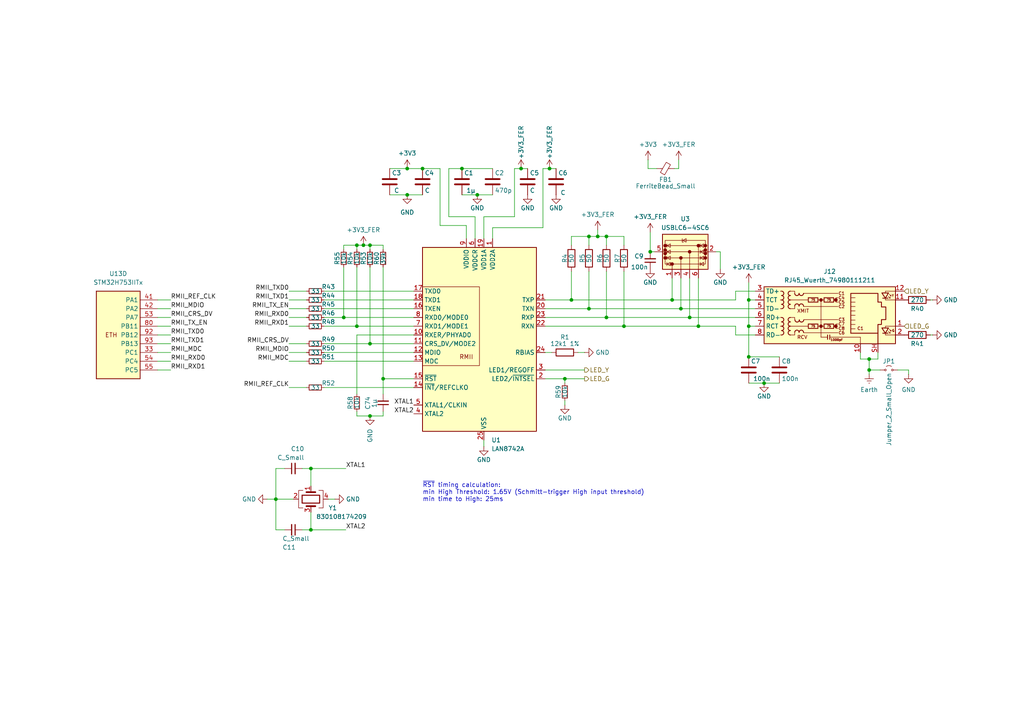
<source format=kicad_sch>
(kicad_sch
	(version 20231120)
	(generator "eeschema")
	(generator_version "8.0")
	(uuid "646f0ec7-69cc-4f42-8786-19ce68dbe63b")
	(paper "A4")
	
	(junction
		(at 252.095 107.315)
		(diameter 0)
		(color 0 0 0 0)
		(uuid "0a4dc002-a1a1-4420-82d9-0f8650ef61be")
	)
	(junction
		(at 111.125 109.855)
		(diameter 0)
		(color 0 0 0 0)
		(uuid "0aeb24f3-d935-490b-b775-65b25b725630")
	)
	(junction
		(at 194.945 86.995)
		(diameter 0)
		(color 0 0 0 0)
		(uuid "0fb4ec72-262c-40e3-9fd7-114db742f106")
	)
	(junction
		(at 122.555 48.895)
		(diameter 0)
		(color 0 0 0 0)
		(uuid "1095d50f-296b-4d20-aa59-60682f5c3fa9")
	)
	(junction
		(at 163.83 109.855)
		(diameter 0)
		(color 0 0 0 0)
		(uuid "1b0dfb70-1ae2-419b-8562-dfad3b9b2ec1")
	)
	(junction
		(at 103.505 94.615)
		(diameter 0)
		(color 0 0 0 0)
		(uuid "2035bcc3-7426-4bcb-8edc-fae5b3357d94")
	)
	(junction
		(at 151.13 48.895)
		(diameter 0)
		(color 0 0 0 0)
		(uuid "2647d42f-9872-4cd1-b370-3dd4abad0ecf")
	)
	(junction
		(at 180.975 94.615)
		(diameter 0)
		(color 0 0 0 0)
		(uuid "365a1506-233c-4ff0-95cc-7f7a59db9742")
	)
	(junction
		(at 200.025 92.075)
		(diameter 0)
		(color 0 0 0 0)
		(uuid "39ba61ac-1fc3-4cdb-b801-1efe81804a82")
	)
	(junction
		(at 107.315 120.65)
		(diameter 0)
		(color 0 0 0 0)
		(uuid "3caa55c8-7e53-48bf-9414-1076f45003e0")
	)
	(junction
		(at 105.41 71.12)
		(diameter 0)
		(color 0 0 0 0)
		(uuid "4563f12f-6c71-486f-bec4-dc93e0f0bdd0")
	)
	(junction
		(at 165.735 86.995)
		(diameter 0)
		(color 0 0 0 0)
		(uuid "463d78f6-9a6e-4f37-93c6-b49793c12db1")
	)
	(junction
		(at 118.11 56.515)
		(diameter 0)
		(color 0 0 0 0)
		(uuid "4bf41199-004c-45e6-afd5-495ee1701c9b")
	)
	(junction
		(at 159.385 48.895)
		(diameter 0)
		(color 0 0 0 0)
		(uuid "4d300525-7eec-4176-997d-066554a55c5b")
	)
	(junction
		(at 221.615 111.125)
		(diameter 0)
		(color 0 0 0 0)
		(uuid "5f43df96-af99-4f70-af0c-81c21162083a")
	)
	(junction
		(at 217.17 86.995)
		(diameter 0)
		(color 0 0 0 0)
		(uuid "608c3ba2-14a8-4f9c-8522-bde368058f20")
	)
	(junction
		(at 80.01 144.78)
		(diameter 0)
		(color 0 0 0 0)
		(uuid "787f373f-9e88-4948-aee8-3d2848b59e9a")
	)
	(junction
		(at 175.895 92.075)
		(diameter 0)
		(color 0 0 0 0)
		(uuid "7fe16ac2-7ca3-4751-a581-5dcb8a6c92fd")
	)
	(junction
		(at 217.17 103.505)
		(diameter 0)
		(color 0 0 0 0)
		(uuid "9beb3c46-0a2f-4454-ac89-62302ac3b4b6")
	)
	(junction
		(at 99.695 92.075)
		(diameter 0)
		(color 0 0 0 0)
		(uuid "a19ea777-a0c8-4300-8c9c-2eff811d80a8")
	)
	(junction
		(at 173.355 68.58)
		(diameter 0)
		(color 0 0 0 0)
		(uuid "aae18f9d-4e04-46ce-b266-d0e944fa6fe0")
	)
	(junction
		(at 103.505 71.12)
		(diameter 0)
		(color 0 0 0 0)
		(uuid "abafef1c-2e60-46e4-a8ae-5d7767c8353f")
	)
	(junction
		(at 90.17 135.89)
		(diameter 0)
		(color 0 0 0 0)
		(uuid "aebe97b2-90e8-4de5-ae36-1e13702e691f")
	)
	(junction
		(at 217.17 94.615)
		(diameter 0)
		(color 0 0 0 0)
		(uuid "b9cce664-a30d-45fa-9a00-8b22b82def88")
	)
	(junction
		(at 202.565 94.615)
		(diameter 0)
		(color 0 0 0 0)
		(uuid "bf3fee38-ce73-4e40-99a7-39375a04cd81")
	)
	(junction
		(at 170.815 89.535)
		(diameter 0)
		(color 0 0 0 0)
		(uuid "c3700580-2003-4b1e-b1bb-6f518b3b860f")
	)
	(junction
		(at 107.315 71.12)
		(diameter 0)
		(color 0 0 0 0)
		(uuid "c8b15e7b-5ed9-416a-93dc-b2a461b3b216")
	)
	(junction
		(at 107.315 99.695)
		(diameter 0)
		(color 0 0 0 0)
		(uuid "d39b6d90-3daf-408a-85ef-31f5d5d58189")
	)
	(junction
		(at 170.815 68.58)
		(diameter 0)
		(color 0 0 0 0)
		(uuid "dbd60596-381e-4027-a0e0-5a70fa2bfffb")
	)
	(junction
		(at 118.11 48.895)
		(diameter 0)
		(color 0 0 0 0)
		(uuid "e18b112c-1c1f-4eb5-a9e5-ee22a43b638c")
	)
	(junction
		(at 175.895 68.58)
		(diameter 0)
		(color 0 0 0 0)
		(uuid "e67fad01-e732-47db-8c6b-05e5527967e6")
	)
	(junction
		(at 188.595 73.025)
		(diameter 0)
		(color 0 0 0 0)
		(uuid "f00bcc62-17d4-4f90-8f03-15fd4a6927a5")
	)
	(junction
		(at 197.485 89.535)
		(diameter 0)
		(color 0 0 0 0)
		(uuid "f2e34f27-b83c-4a30-9fb3-fde1faa8bd40")
	)
	(junction
		(at 133.985 48.895)
		(diameter 0)
		(color 0 0 0 0)
		(uuid "f41a4334-2610-40f9-8f55-83036d9a64ae")
	)
	(junction
		(at 90.17 153.67)
		(diameter 0)
		(color 0 0 0 0)
		(uuid "f671a679-fe35-4bcb-8fc5-8cfb555ede48")
	)
	(junction
		(at 138.43 56.515)
		(diameter 0)
		(color 0 0 0 0)
		(uuid "f7882165-b142-422f-b8b9-e7dd0618ad3f")
	)
	(junction
		(at 252.095 104.14)
		(diameter 0)
		(color 0 0 0 0)
		(uuid "fe636ced-f702-4712-8005-0b89218216b5")
	)
	(wire
		(pts
			(xy 217.17 111.125) (xy 221.615 111.125)
		)
		(stroke
			(width 0)
			(type default)
		)
		(uuid "00144ff2-1693-4af6-869b-7e0a6c94bd1c")
	)
	(wire
		(pts
			(xy 157.48 48.895) (xy 157.48 66.04)
		)
		(stroke
			(width 0)
			(type default)
		)
		(uuid "01affafa-6033-4662-b39b-b9bf66857308")
	)
	(wire
		(pts
			(xy 80.01 144.78) (xy 77.47 144.78)
		)
		(stroke
			(width 0)
			(type default)
		)
		(uuid "01ba70ec-75c3-48c2-bdc1-3082c9c1ff85")
	)
	(wire
		(pts
			(xy 263.525 108.585) (xy 263.525 107.315)
		)
		(stroke
			(width 0)
			(type default)
		)
		(uuid "06da63f1-7d48-4675-bf23-6154b3e6b7ac")
	)
	(wire
		(pts
			(xy 170.815 68.58) (xy 173.355 68.58)
		)
		(stroke
			(width 0)
			(type default)
		)
		(uuid "08911034-c627-4506-90df-866254fed377")
	)
	(wire
		(pts
			(xy 200.025 92.075) (xy 219.075 92.075)
		)
		(stroke
			(width 0)
			(type default)
		)
		(uuid "09c9e282-deee-40a3-9fa8-291b206bd2f5")
	)
	(wire
		(pts
			(xy 188.595 73.025) (xy 189.865 73.025)
		)
		(stroke
			(width 0)
			(type default)
		)
		(uuid "0af78097-134e-4eab-8e4d-2b17537b0a86")
	)
	(wire
		(pts
			(xy 103.505 71.12) (xy 103.505 72.39)
		)
		(stroke
			(width 0)
			(type default)
		)
		(uuid "0d4f2b73-4153-4178-a506-1e102a676c5a")
	)
	(wire
		(pts
			(xy 173.355 68.58) (xy 175.895 68.58)
		)
		(stroke
			(width 0)
			(type default)
		)
		(uuid "0fccca0a-4dda-4e18-8f4f-5693216504e8")
	)
	(wire
		(pts
			(xy 202.565 80.645) (xy 202.565 94.615)
		)
		(stroke
			(width 0)
			(type default)
		)
		(uuid "118a8e0b-9dfc-4ffd-9d07-d677aabac299")
	)
	(wire
		(pts
			(xy 118.11 48.895) (xy 122.555 48.895)
		)
		(stroke
			(width 0)
			(type default)
		)
		(uuid "142354ed-9bf0-4114-ba7d-84b1d9257e05")
	)
	(wire
		(pts
			(xy 170.815 78.74) (xy 170.815 89.535)
		)
		(stroke
			(width 0)
			(type default)
		)
		(uuid "15301487-0332-4c24-87d6-9ebe513c5aa8")
	)
	(wire
		(pts
			(xy 180.975 78.74) (xy 180.975 94.615)
		)
		(stroke
			(width 0)
			(type default)
		)
		(uuid "16d55de7-d73b-4de9-a28a-2ad1512f7552")
	)
	(wire
		(pts
			(xy 173.355 66.675) (xy 173.355 68.58)
		)
		(stroke
			(width 0)
			(type default)
		)
		(uuid "20e0de63-6e19-4287-9b59-e7006fd03ea4")
	)
	(wire
		(pts
			(xy 165.735 71.12) (xy 165.735 68.58)
		)
		(stroke
			(width 0)
			(type default)
		)
		(uuid "2125a24a-c2df-4b5f-9ce4-1ba7ca1ac7f3")
	)
	(wire
		(pts
			(xy 217.17 94.615) (xy 219.075 94.615)
		)
		(stroke
			(width 0)
			(type default)
		)
		(uuid "220e8c9f-eddd-4d41-b867-0777ab93f49f")
	)
	(wire
		(pts
			(xy 45.72 92.075) (xy 49.53 92.075)
		)
		(stroke
			(width 0)
			(type default)
		)
		(uuid "23d2efb4-7bcc-48a4-909b-bbd3d05a2745")
	)
	(wire
		(pts
			(xy 158.115 94.615) (xy 180.975 94.615)
		)
		(stroke
			(width 0)
			(type default)
		)
		(uuid "2654fbbe-d5a5-49a7-96c1-e5d3d9cbd202")
	)
	(wire
		(pts
			(xy 103.505 97.155) (xy 103.505 114.3)
		)
		(stroke
			(width 0)
			(type default)
		)
		(uuid "26b370ea-f94a-4cc7-8796-34563f511ab4")
	)
	(wire
		(pts
			(xy 83.82 92.075) (xy 88.9 92.075)
		)
		(stroke
			(width 0)
			(type default)
		)
		(uuid "28e1c6e0-596e-45fc-a2ae-dfd4218dcc2b")
	)
	(wire
		(pts
			(xy 93.98 89.535) (xy 120.015 89.535)
		)
		(stroke
			(width 0)
			(type default)
		)
		(uuid "2908b5f3-1eb4-488d-b97d-e1d760736771")
	)
	(wire
		(pts
			(xy 127.635 65.405) (xy 135.255 65.405)
		)
		(stroke
			(width 0)
			(type default)
		)
		(uuid "29531760-dd99-46ec-b090-373b73def878")
	)
	(wire
		(pts
			(xy 93.98 92.075) (xy 99.695 92.075)
		)
		(stroke
			(width 0)
			(type default)
		)
		(uuid "2b2480a8-a9e9-4d94-a36d-49898046089b")
	)
	(wire
		(pts
			(xy 45.72 104.775) (xy 49.53 104.775)
		)
		(stroke
			(width 0)
			(type default)
		)
		(uuid "2d1889fb-b78d-46bc-9b9f-a77d13ac50da")
	)
	(wire
		(pts
			(xy 149.225 62.865) (xy 140.335 62.865)
		)
		(stroke
			(width 0)
			(type default)
		)
		(uuid "2da8ee30-603c-4699-bd2a-d6150ecec628")
	)
	(wire
		(pts
			(xy 45.72 102.235) (xy 49.53 102.235)
		)
		(stroke
			(width 0)
			(type default)
		)
		(uuid "2fcd5923-5415-4aa0-b1b2-2572d5169ef0")
	)
	(wire
		(pts
			(xy 213.36 97.155) (xy 213.36 94.615)
		)
		(stroke
			(width 0)
			(type default)
		)
		(uuid "303ec749-b4df-4895-af78-935caf4ffa85")
	)
	(wire
		(pts
			(xy 249.555 102.235) (xy 249.555 104.14)
		)
		(stroke
			(width 0)
			(type default)
		)
		(uuid "339e1b2d-bb9b-420b-8721-d254f6400d5d")
	)
	(wire
		(pts
			(xy 83.82 102.235) (xy 88.9 102.235)
		)
		(stroke
			(width 0)
			(type default)
		)
		(uuid "34208d06-6624-45f4-8759-b98580b4cab6")
	)
	(wire
		(pts
			(xy 93.98 102.235) (xy 120.015 102.235)
		)
		(stroke
			(width 0)
			(type default)
		)
		(uuid "35e81548-5ac8-467a-a178-4c0ac688ccd6")
	)
	(wire
		(pts
			(xy 83.82 94.615) (xy 88.9 94.615)
		)
		(stroke
			(width 0)
			(type default)
		)
		(uuid "3a18ed65-3736-42ee-a19e-d4fe4e0db912")
	)
	(wire
		(pts
			(xy 130.175 48.895) (xy 130.175 62.865)
		)
		(stroke
			(width 0)
			(type default)
		)
		(uuid "429cc455-908c-4731-9f3e-59cdf1306dda")
	)
	(wire
		(pts
			(xy 83.82 89.535) (xy 88.9 89.535)
		)
		(stroke
			(width 0)
			(type default)
		)
		(uuid "436c1e9b-5847-48e1-8461-50d0c76d4f4d")
	)
	(wire
		(pts
			(xy 163.83 109.855) (xy 158.115 109.855)
		)
		(stroke
			(width 0)
			(type default)
		)
		(uuid "43dae1d9-5de7-4a35-8a77-507e554c0068")
	)
	(wire
		(pts
			(xy 187.96 48.895) (xy 190.5 48.895)
		)
		(stroke
			(width 0)
			(type default)
		)
		(uuid "48a5b44a-d3cd-4119-adc8-7a67986557fb")
	)
	(wire
		(pts
			(xy 194.945 86.995) (xy 213.36 86.995)
		)
		(stroke
			(width 0)
			(type default)
		)
		(uuid "49a09884-c4f9-4fb9-af64-7c5e38ae0089")
	)
	(wire
		(pts
			(xy 175.895 92.075) (xy 200.025 92.075)
		)
		(stroke
			(width 0)
			(type default)
		)
		(uuid "4b7f8fc0-827f-4f00-b156-8f616aaebcf6")
	)
	(wire
		(pts
			(xy 107.315 77.47) (xy 107.315 99.695)
		)
		(stroke
			(width 0)
			(type default)
		)
		(uuid "4bc5c759-75f0-40ef-a141-a41cb1f491fc")
	)
	(wire
		(pts
			(xy 175.895 78.74) (xy 175.895 92.075)
		)
		(stroke
			(width 0)
			(type default)
		)
		(uuid "4d5374fe-a43a-4c9b-b414-195fc28fb9b7")
	)
	(wire
		(pts
			(xy 111.125 72.39) (xy 111.125 71.12)
		)
		(stroke
			(width 0)
			(type default)
		)
		(uuid "4dff4e67-cad5-4f92-98a5-4953a8dd4e56")
	)
	(wire
		(pts
			(xy 82.55 153.67) (xy 80.01 153.67)
		)
		(stroke
			(width 0)
			(type default)
		)
		(uuid "4e385c0d-88cc-48c9-a4b5-aefeda986768")
	)
	(wire
		(pts
			(xy 133.985 56.515) (xy 138.43 56.515)
		)
		(stroke
			(width 0)
			(type default)
		)
		(uuid "522a4a19-7f4a-411b-b5a1-ed8003c0efd3")
	)
	(wire
		(pts
			(xy 83.82 86.995) (xy 88.9 86.995)
		)
		(stroke
			(width 0)
			(type default)
		)
		(uuid "52bf19ae-217a-4d6e-9ab1-0d2ab2ccf89a")
	)
	(wire
		(pts
			(xy 270.51 86.995) (xy 269.875 86.995)
		)
		(stroke
			(width 0)
			(type default)
		)
		(uuid "55698565-bacc-4261-aa34-18d5c76ebd76")
	)
	(wire
		(pts
			(xy 197.485 80.645) (xy 197.485 89.535)
		)
		(stroke
			(width 0)
			(type default)
		)
		(uuid "56d8dadf-b674-4028-8f4e-65c3909af058")
	)
	(wire
		(pts
			(xy 83.82 84.455) (xy 88.9 84.455)
		)
		(stroke
			(width 0)
			(type default)
		)
		(uuid "5937e630-c0ef-452a-b08d-abca98131ba2")
	)
	(wire
		(pts
			(xy 45.72 89.535) (xy 49.53 89.535)
		)
		(stroke
			(width 0)
			(type default)
		)
		(uuid "5e24a51b-7d35-445e-a28a-0a7f428dde79")
	)
	(wire
		(pts
			(xy 95.25 144.78) (xy 97.155 144.78)
		)
		(stroke
			(width 0)
			(type default)
		)
		(uuid "61508d60-da4b-43b3-894f-9d6e19fa150a")
	)
	(wire
		(pts
			(xy 103.505 97.155) (xy 120.015 97.155)
		)
		(stroke
			(width 0)
			(type default)
		)
		(uuid "61b320ff-404a-46cc-a700-a316d6f91a6b")
	)
	(wire
		(pts
			(xy 187.96 46.355) (xy 187.96 48.895)
		)
		(stroke
			(width 0)
			(type default)
		)
		(uuid "61d58686-f4f3-4cd0-9e72-c6599e6e60e5")
	)
	(wire
		(pts
			(xy 163.83 109.855) (xy 163.83 111.125)
		)
		(stroke
			(width 0)
			(type default)
		)
		(uuid "674f085f-fb53-4729-8e44-4201119212aa")
	)
	(wire
		(pts
			(xy 165.735 86.995) (xy 194.945 86.995)
		)
		(stroke
			(width 0)
			(type default)
		)
		(uuid "68e7ac38-1da3-479d-a797-f782c6d0134f")
	)
	(wire
		(pts
			(xy 133.985 48.895) (xy 130.175 48.895)
		)
		(stroke
			(width 0)
			(type default)
		)
		(uuid "68f2f386-eb02-421e-a7d1-2f8fbe6da36d")
	)
	(wire
		(pts
			(xy 113.03 48.895) (xy 118.11 48.895)
		)
		(stroke
			(width 0)
			(type default)
		)
		(uuid "68fb5c3d-f8f2-47a7-a0d0-a55e8c94480d")
	)
	(wire
		(pts
			(xy 213.36 84.455) (xy 219.075 84.455)
		)
		(stroke
			(width 0)
			(type default)
		)
		(uuid "6afcbffe-476b-4748-95fe-8ea452c242cd")
	)
	(wire
		(pts
			(xy 45.72 99.695) (xy 49.53 99.695)
		)
		(stroke
			(width 0)
			(type default)
		)
		(uuid "6b66700f-6440-4a98-9ea2-912876cb0c86")
	)
	(wire
		(pts
			(xy 252.095 107.315) (xy 255.27 107.315)
		)
		(stroke
			(width 0)
			(type default)
		)
		(uuid "6c6c5d66-4a78-43a2-ad9f-8471ed731a0b")
	)
	(wire
		(pts
			(xy 180.975 68.58) (xy 180.975 71.12)
		)
		(stroke
			(width 0)
			(type default)
		)
		(uuid "6c972cd1-4da0-4615-aed0-1b0e67e4768a")
	)
	(wire
		(pts
			(xy 219.075 86.995) (xy 217.17 86.995)
		)
		(stroke
			(width 0)
			(type default)
		)
		(uuid "6e785828-3fe3-4bff-b9a6-2ec11b609e3c")
	)
	(wire
		(pts
			(xy 93.98 104.775) (xy 120.015 104.775)
		)
		(stroke
			(width 0)
			(type default)
		)
		(uuid "70012f6e-429d-42e8-b068-535d4aff1b38")
	)
	(wire
		(pts
			(xy 103.505 71.12) (xy 105.41 71.12)
		)
		(stroke
			(width 0)
			(type default)
		)
		(uuid "7129da73-7193-432a-864d-9d42b90060be")
	)
	(wire
		(pts
			(xy 217.17 103.505) (xy 226.06 103.505)
		)
		(stroke
			(width 0)
			(type default)
		)
		(uuid "78aba207-eb8b-48e5-be39-c7b69e8a494c")
	)
	(wire
		(pts
			(xy 270.51 97.155) (xy 269.875 97.155)
		)
		(stroke
			(width 0)
			(type default)
		)
		(uuid "7bcc2f40-53e0-4560-bac4-206255dca4e5")
	)
	(wire
		(pts
			(xy 99.695 92.075) (xy 120.015 92.075)
		)
		(stroke
			(width 0)
			(type default)
		)
		(uuid "7c2481da-70c0-4909-862e-16149359c609")
	)
	(wire
		(pts
			(xy 90.17 135.89) (xy 90.17 140.97)
		)
		(stroke
			(width 0)
			(type default)
		)
		(uuid "7ea64745-433b-4445-8340-fe5232f8e914")
	)
	(wire
		(pts
			(xy 93.98 112.395) (xy 120.015 112.395)
		)
		(stroke
			(width 0)
			(type default)
		)
		(uuid "7fbc9325-e968-4f74-9b93-5bd8d08d7e5f")
	)
	(wire
		(pts
			(xy 93.98 84.455) (xy 120.015 84.455)
		)
		(stroke
			(width 0)
			(type default)
		)
		(uuid "80a4a5ca-feda-453f-b37e-273cf993fdbe")
	)
	(wire
		(pts
			(xy 169.545 107.315) (xy 158.115 107.315)
		)
		(stroke
			(width 0)
			(type default)
		)
		(uuid "812ff3f7-f076-40b5-8856-3a597416b7eb")
	)
	(wire
		(pts
			(xy 170.815 89.535) (xy 197.485 89.535)
		)
		(stroke
			(width 0)
			(type default)
		)
		(uuid "82092a5a-e0f7-4f4e-9049-9e99b980a1b6")
	)
	(wire
		(pts
			(xy 208.915 78.105) (xy 208.915 73.025)
		)
		(stroke
			(width 0)
			(type default)
		)
		(uuid "83ea4a83-a30c-48bd-9175-53b0aa084a6a")
	)
	(wire
		(pts
			(xy 99.695 77.47) (xy 99.695 92.075)
		)
		(stroke
			(width 0)
			(type default)
		)
		(uuid "871fb53c-fd13-4b02-abc0-fe5e27b7b0a5")
	)
	(wire
		(pts
			(xy 158.115 89.535) (xy 170.815 89.535)
		)
		(stroke
			(width 0)
			(type default)
		)
		(uuid "8a403cb8-dfd3-4ae5-be0f-3761e62ab178")
	)
	(wire
		(pts
			(xy 83.82 99.695) (xy 88.9 99.695)
		)
		(stroke
			(width 0)
			(type default)
		)
		(uuid "8a5a1edd-b612-4278-ace6-d9a58e952d76")
	)
	(wire
		(pts
			(xy 133.985 48.895) (xy 142.875 48.895)
		)
		(stroke
			(width 0)
			(type default)
		)
		(uuid "8b52d45a-73c5-4142-869e-d51b5afadd6d")
	)
	(wire
		(pts
			(xy 103.505 94.615) (xy 120.015 94.615)
		)
		(stroke
			(width 0)
			(type default)
		)
		(uuid "8bc3e9a0-e3c7-4ab7-81fe-5f240abc8e28")
	)
	(wire
		(pts
			(xy 208.915 73.025) (xy 207.645 73.025)
		)
		(stroke
			(width 0)
			(type default)
		)
		(uuid "8c28dfd6-f055-4f0f-bfd7-60187e203c7b")
	)
	(wire
		(pts
			(xy 169.545 109.855) (xy 163.83 109.855)
		)
		(stroke
			(width 0)
			(type default)
		)
		(uuid "8ded6cc0-737a-4c89-89a1-f1139eb4cc8e")
	)
	(wire
		(pts
			(xy 83.82 104.775) (xy 88.9 104.775)
		)
		(stroke
			(width 0)
			(type default)
		)
		(uuid "8e0b8178-31de-48d9-b9c1-9458379f8036")
	)
	(wire
		(pts
			(xy 165.735 78.74) (xy 165.735 86.995)
		)
		(stroke
			(width 0)
			(type default)
		)
		(uuid "91da2b26-22a0-4542-b2ee-931d057c3727")
	)
	(wire
		(pts
			(xy 90.17 153.67) (xy 87.63 153.67)
		)
		(stroke
			(width 0)
			(type default)
		)
		(uuid "92bf7c38-400d-49d1-ad9d-4d9a6ce02c7c")
	)
	(wire
		(pts
			(xy 217.17 81.915) (xy 217.17 86.995)
		)
		(stroke
			(width 0)
			(type default)
		)
		(uuid "94478a99-c3c4-4e4c-a495-d24168655c5f")
	)
	(wire
		(pts
			(xy 127.635 48.895) (xy 127.635 65.405)
		)
		(stroke
			(width 0)
			(type default)
		)
		(uuid "94a1c5ba-7c20-4a13-9b87-f0fa0e9f28df")
	)
	(wire
		(pts
			(xy 254.635 102.235) (xy 254.635 104.14)
		)
		(stroke
			(width 0)
			(type default)
		)
		(uuid "952da97a-927e-4ca1-baaf-7ff4a88abfb2")
	)
	(wire
		(pts
			(xy 252.095 104.14) (xy 254.635 104.14)
		)
		(stroke
			(width 0)
			(type default)
		)
		(uuid "97f110a7-551f-4025-aabc-dea7c2b7dcd7")
	)
	(wire
		(pts
			(xy 249.555 104.14) (xy 252.095 104.14)
		)
		(stroke
			(width 0)
			(type default)
		)
		(uuid "984cd56c-c49f-48f8-aa4b-f552714fdc23")
	)
	(wire
		(pts
			(xy 45.72 107.315) (xy 49.53 107.315)
		)
		(stroke
			(width 0)
			(type default)
		)
		(uuid "9885e643-76f4-43fa-bcbf-55ff7c90248a")
	)
	(wire
		(pts
			(xy 80.01 135.89) (xy 82.55 135.89)
		)
		(stroke
			(width 0)
			(type default)
		)
		(uuid "9b556e72-6b69-440e-8dd6-395eced69758")
	)
	(wire
		(pts
			(xy 260.35 107.315) (xy 263.525 107.315)
		)
		(stroke
			(width 0)
			(type default)
		)
		(uuid "9cf1c10b-b647-46e8-a76f-84bc75175116")
	)
	(wire
		(pts
			(xy 83.82 112.395) (xy 88.9 112.395)
		)
		(stroke
			(width 0)
			(type default)
		)
		(uuid "9d47613c-b2e9-47d4-b847-783c0eecfe36")
	)
	(wire
		(pts
			(xy 80.01 144.78) (xy 85.09 144.78)
		)
		(stroke
			(width 0)
			(type default)
		)
		(uuid "9e328c0b-b8d0-44c3-9502-a376eb60c70f")
	)
	(wire
		(pts
			(xy 195.58 48.895) (xy 196.85 48.895)
		)
		(stroke
			(width 0)
			(type default)
		)
		(uuid "9f77652f-e7f9-4d2e-9fd8-b7fed4b023d7")
	)
	(wire
		(pts
			(xy 45.72 97.155) (xy 49.53 97.155)
		)
		(stroke
			(width 0)
			(type default)
		)
		(uuid "a15bffc4-03ec-4494-b211-30b28e55de7c")
	)
	(wire
		(pts
			(xy 159.385 48.895) (xy 161.29 48.895)
		)
		(stroke
			(width 0)
			(type default)
		)
		(uuid "a1b019fd-8deb-484b-9046-8f51a332eb08")
	)
	(wire
		(pts
			(xy 107.315 120.65) (xy 111.125 120.65)
		)
		(stroke
			(width 0)
			(type default)
		)
		(uuid "a217d090-1d38-4eee-829a-2cd8d5b17e1d")
	)
	(wire
		(pts
			(xy 100.33 135.89) (xy 90.17 135.89)
		)
		(stroke
			(width 0)
			(type default)
		)
		(uuid "a3ac8f3e-6ccb-4afa-b5be-fc8a54d1b5c3")
	)
	(wire
		(pts
			(xy 157.48 48.895) (xy 159.385 48.895)
		)
		(stroke
			(width 0)
			(type default)
		)
		(uuid "a6e42b82-5250-4794-aa1b-6a9d3cc2a740")
	)
	(wire
		(pts
			(xy 93.98 86.995) (xy 120.015 86.995)
		)
		(stroke
			(width 0)
			(type default)
		)
		(uuid "a7868e83-bfe3-479d-bf66-bb3b1a2e03db")
	)
	(wire
		(pts
			(xy 153.035 48.895) (xy 151.13 48.895)
		)
		(stroke
			(width 0)
			(type default)
		)
		(uuid "a78d45b3-6f4b-40c8-b675-b373cdf2db95")
	)
	(wire
		(pts
			(xy 80.01 144.78) (xy 80.01 135.89)
		)
		(stroke
			(width 0)
			(type default)
		)
		(uuid "a80f71b5-806b-448e-8d71-c0fa43b87a80")
	)
	(wire
		(pts
			(xy 157.48 66.04) (xy 142.875 66.04)
		)
		(stroke
			(width 0)
			(type default)
		)
		(uuid "aca29c85-595d-4868-bff2-7837dc83bbb1")
	)
	(wire
		(pts
			(xy 175.895 68.58) (xy 175.895 71.12)
		)
		(stroke
			(width 0)
			(type default)
		)
		(uuid "acfd7b76-16dc-49f2-a48a-5c7cd1ce04e7")
	)
	(wire
		(pts
			(xy 194.945 80.645) (xy 194.945 86.995)
		)
		(stroke
			(width 0)
			(type default)
		)
		(uuid "ad60bc0e-9462-4d07-811d-ade200ec1991")
	)
	(wire
		(pts
			(xy 45.72 86.995) (xy 49.53 86.995)
		)
		(stroke
			(width 0)
			(type default)
		)
		(uuid "ad8abd60-dcfd-4719-84a8-2aa3bb4d78e2")
	)
	(wire
		(pts
			(xy 100.33 153.67) (xy 90.17 153.67)
		)
		(stroke
			(width 0)
			(type default)
		)
		(uuid "adc8bd2c-37d6-4047-8788-f3094fbc5d11")
	)
	(wire
		(pts
			(xy 103.505 77.47) (xy 103.505 94.615)
		)
		(stroke
			(width 0)
			(type default)
		)
		(uuid "b147d74c-0249-49e5-ba86-6d63126ec931")
	)
	(wire
		(pts
			(xy 140.335 127.635) (xy 140.335 129.54)
		)
		(stroke
			(width 0)
			(type default)
		)
		(uuid "b15c7db4-bbd8-467f-ada9-e6ccec227f53")
	)
	(wire
		(pts
			(xy 217.17 94.615) (xy 217.17 103.505)
		)
		(stroke
			(width 0)
			(type default)
		)
		(uuid "b3b6295f-3bd7-4cb7-8d2f-5eb061c3ec6f")
	)
	(wire
		(pts
			(xy 196.85 46.355) (xy 196.85 48.895)
		)
		(stroke
			(width 0)
			(type default)
		)
		(uuid "b3eb0eee-b544-43cc-ac14-ef786a2e8e70")
	)
	(wire
		(pts
			(xy 45.72 94.615) (xy 49.53 94.615)
		)
		(stroke
			(width 0)
			(type default)
		)
		(uuid "b659373f-abac-4095-91b7-3cd134be45d6")
	)
	(wire
		(pts
			(xy 103.505 120.65) (xy 107.315 120.65)
		)
		(stroke
			(width 0)
			(type default)
		)
		(uuid "b73903b7-494b-4637-8729-42a2bd00ff34")
	)
	(wire
		(pts
			(xy 135.255 65.405) (xy 135.255 69.215)
		)
		(stroke
			(width 0)
			(type default)
		)
		(uuid "b9e03fb6-2f0c-4279-b9d4-c71f9ecc5acc")
	)
	(wire
		(pts
			(xy 200.025 80.645) (xy 200.025 92.075)
		)
		(stroke
			(width 0)
			(type default)
		)
		(uuid "ba6b1bb9-961d-4b7c-b9d8-fac7fc52d59c")
	)
	(wire
		(pts
			(xy 221.615 111.125) (xy 226.06 111.125)
		)
		(stroke
			(width 0)
			(type default)
		)
		(uuid "bbbb2aa4-d452-4a66-bb98-5d058a59c6cb")
	)
	(wire
		(pts
			(xy 111.125 120.65) (xy 111.125 119.38)
		)
		(stroke
			(width 0)
			(type default)
		)
		(uuid "bc65dd97-6b27-46a0-a9b7-12090675e50e")
	)
	(wire
		(pts
			(xy 197.485 89.535) (xy 219.075 89.535)
		)
		(stroke
			(width 0)
			(type default)
		)
		(uuid "bd0553eb-77a6-4647-a4c3-297b942873da")
	)
	(wire
		(pts
			(xy 99.695 71.12) (xy 103.505 71.12)
		)
		(stroke
			(width 0)
			(type default)
		)
		(uuid "be79e75b-7ed4-4d49-a22c-57af6699a84b")
	)
	(wire
		(pts
			(xy 158.115 92.075) (xy 175.895 92.075)
		)
		(stroke
			(width 0)
			(type default)
		)
		(uuid "bea9ac0c-383b-43e8-bd7a-ed1b0184cb56")
	)
	(wire
		(pts
			(xy 163.83 116.205) (xy 163.83 117.475)
		)
		(stroke
			(width 0)
			(type default)
		)
		(uuid "bf9515c4-18eb-4e02-b1ea-e1efa3d812c6")
	)
	(wire
		(pts
			(xy 252.095 104.14) (xy 252.095 107.315)
		)
		(stroke
			(width 0)
			(type default)
		)
		(uuid "c00f1a19-9a24-4f94-a353-f0a3934af9f0")
	)
	(wire
		(pts
			(xy 160.02 102.235) (xy 158.115 102.235)
		)
		(stroke
			(width 0)
			(type default)
		)
		(uuid "c2a5f62a-48ec-4025-9c16-f41f634127df")
	)
	(wire
		(pts
			(xy 93.98 94.615) (xy 103.505 94.615)
		)
		(stroke
			(width 0)
			(type default)
		)
		(uuid "c4f9098d-65a2-45fb-a988-1643465e1e0a")
	)
	(wire
		(pts
			(xy 107.315 99.695) (xy 120.015 99.695)
		)
		(stroke
			(width 0)
			(type default)
		)
		(uuid "c50b4b23-93b6-4403-895a-1d659fd37072")
	)
	(wire
		(pts
			(xy 151.13 48.895) (xy 149.225 48.895)
		)
		(stroke
			(width 0)
			(type default)
		)
		(uuid "c53fef38-6ac5-421b-a1b6-5eebd9c4aea7")
	)
	(wire
		(pts
			(xy 99.695 72.39) (xy 99.695 71.12)
		)
		(stroke
			(width 0)
			(type default)
		)
		(uuid "c9abb0ee-9525-464f-8566-fa1f334bf4be")
	)
	(wire
		(pts
			(xy 165.735 86.995) (xy 158.115 86.995)
		)
		(stroke
			(width 0)
			(type default)
		)
		(uuid "cc6e4fa6-f53d-490b-8743-526a9100e71d")
	)
	(wire
		(pts
			(xy 188.595 67.31) (xy 188.595 73.025)
		)
		(stroke
			(width 0)
			(type default)
		)
		(uuid "cd10e510-1d6c-49af-97e6-ac8446a06643")
	)
	(wire
		(pts
			(xy 111.125 109.855) (xy 111.125 114.3)
		)
		(stroke
			(width 0)
			(type default)
		)
		(uuid "cd86c8f3-b5bc-42ac-9da9-c963d31692ac")
	)
	(wire
		(pts
			(xy 213.36 97.155) (xy 219.075 97.155)
		)
		(stroke
			(width 0)
			(type default)
		)
		(uuid "cdf3343a-e54a-48d4-a6b3-953fb3fa9220")
	)
	(wire
		(pts
			(xy 252.095 107.315) (xy 252.095 108.585)
		)
		(stroke
			(width 0)
			(type default)
		)
		(uuid "d0c6e02d-e1dd-4228-9250-0c868f09525e")
	)
	(wire
		(pts
			(xy 165.735 68.58) (xy 170.815 68.58)
		)
		(stroke
			(width 0)
			(type default)
		)
		(uuid "d1826d52-0eba-4306-9409-8f71d86591ce")
	)
	(wire
		(pts
			(xy 111.125 77.47) (xy 111.125 109.855)
		)
		(stroke
			(width 0)
			(type default)
		)
		(uuid "d2644571-80d5-4129-81fa-97523e1d52af")
	)
	(wire
		(pts
			(xy 103.505 119.38) (xy 103.505 120.65)
		)
		(stroke
			(width 0)
			(type default)
		)
		(uuid "d32a798a-2e1b-4535-8805-d7e5ea0eaae2")
	)
	(wire
		(pts
			(xy 137.795 62.865) (xy 137.795 69.215)
		)
		(stroke
			(width 0)
			(type default)
		)
		(uuid "d7719353-f0ae-4b86-8de9-287fbe617e2c")
	)
	(wire
		(pts
			(xy 80.01 153.67) (xy 80.01 144.78)
		)
		(stroke
			(width 0)
			(type default)
		)
		(uuid "d99d427d-7613-4dc3-975f-e7800535aed9")
	)
	(wire
		(pts
			(xy 111.125 109.855) (xy 120.015 109.855)
		)
		(stroke
			(width 0)
			(type default)
		)
		(uuid "dacf0e3f-18ef-4c5e-8bbc-d74e44e547ea")
	)
	(wire
		(pts
			(xy 130.175 62.865) (xy 137.795 62.865)
		)
		(stroke
			(width 0)
			(type default)
		)
		(uuid "db4fcfd2-aede-4844-ac04-0715279789dd")
	)
	(wire
		(pts
			(xy 217.17 86.995) (xy 217.17 94.615)
		)
		(stroke
			(width 0)
			(type default)
		)
		(uuid "dd18eb2c-730b-4e31-ae7a-f77b42140eed")
	)
	(wire
		(pts
			(xy 180.975 94.615) (xy 202.565 94.615)
		)
		(stroke
			(width 0)
			(type default)
		)
		(uuid "e155ea79-d884-4589-86ae-8bf43c64a009")
	)
	(wire
		(pts
			(xy 170.815 68.58) (xy 170.815 71.12)
		)
		(stroke
			(width 0)
			(type default)
		)
		(uuid "e50b5493-8d01-4a3e-887c-511eeba7286c")
	)
	(wire
		(pts
			(xy 107.315 71.12) (xy 107.315 72.39)
		)
		(stroke
			(width 0)
			(type default)
		)
		(uuid "e5eb505e-e779-4399-a8f9-e3921bbc7710")
	)
	(wire
		(pts
			(xy 118.11 56.515) (xy 122.555 56.515)
		)
		(stroke
			(width 0)
			(type default)
		)
		(uuid "e6305fd3-d2f8-4b1d-be6d-565464e30f52")
	)
	(wire
		(pts
			(xy 149.225 48.895) (xy 149.225 62.865)
		)
		(stroke
			(width 0)
			(type default)
		)
		(uuid "e7abd211-a126-4e86-8ac4-cd6f7b1d8db2")
	)
	(wire
		(pts
			(xy 175.895 68.58) (xy 180.975 68.58)
		)
		(stroke
			(width 0)
			(type default)
		)
		(uuid "e9739e40-1808-4fcf-b512-cf42ab4a7959")
	)
	(wire
		(pts
			(xy 87.63 135.89) (xy 90.17 135.89)
		)
		(stroke
			(width 0)
			(type default)
		)
		(uuid "ec87a965-a33e-4bb4-8d61-2d5e11d06920")
	)
	(wire
		(pts
			(xy 169.545 102.235) (xy 167.64 102.235)
		)
		(stroke
			(width 0)
			(type default)
		)
		(uuid "ee017901-6604-4033-9edb-84ee8341180e")
	)
	(wire
		(pts
			(xy 105.41 71.12) (xy 107.315 71.12)
		)
		(stroke
			(width 0)
			(type default)
		)
		(uuid "eecbef23-46b2-4aa9-8bef-65f283b4ddb7")
	)
	(wire
		(pts
			(xy 142.875 66.04) (xy 142.875 69.215)
		)
		(stroke
			(width 0)
			(type default)
		)
		(uuid "ef6e78f6-c7ec-4702-9f2f-afc339511181")
	)
	(wire
		(pts
			(xy 213.36 84.455) (xy 213.36 86.995)
		)
		(stroke
			(width 0)
			(type default)
		)
		(uuid "f046ebd9-0e75-4b81-b0e1-a29ab86d327a")
	)
	(wire
		(pts
			(xy 122.555 48.895) (xy 127.635 48.895)
		)
		(stroke
			(width 0)
			(type default)
		)
		(uuid "f0736716-b8d7-4140-a072-cbe298fddbae")
	)
	(wire
		(pts
			(xy 90.17 148.59) (xy 90.17 153.67)
		)
		(stroke
			(width 0)
			(type default)
		)
		(uuid "f0ad7163-6cf0-4dc0-8878-cd318ce0e966")
	)
	(wire
		(pts
			(xy 93.98 99.695) (xy 107.315 99.695)
		)
		(stroke
			(width 0)
			(type default)
		)
		(uuid "f356096d-2687-4997-8b33-afe93c339623")
	)
	(wire
		(pts
			(xy 113.03 56.515) (xy 118.11 56.515)
		)
		(stroke
			(width 0)
			(type default)
		)
		(uuid "f4147115-69b5-4690-b520-4dc0896d7067")
	)
	(wire
		(pts
			(xy 111.125 71.12) (xy 107.315 71.12)
		)
		(stroke
			(width 0)
			(type default)
		)
		(uuid "f720fd59-61a1-409a-95ec-f86ffbe4a665")
	)
	(wire
		(pts
			(xy 202.565 94.615) (xy 213.36 94.615)
		)
		(stroke
			(width 0)
			(type default)
		)
		(uuid "faa65a5e-8d4b-4674-b116-691621917f37")
	)
	(wire
		(pts
			(xy 138.43 56.515) (xy 142.875 56.515)
		)
		(stroke
			(width 0)
			(type default)
		)
		(uuid "fd0b2736-439e-4d04-8d91-08fda19dd721")
	)
	(wire
		(pts
			(xy 140.335 62.865) (xy 140.335 69.215)
		)
		(stroke
			(width 0)
			(type default)
		)
		(uuid "fd9413b9-7e53-4c78-b960-1364993f86fe")
	)
	(text "~{RST} timing calculation:\nmin High Threshold: 1.65V (Schmitt-trigger High input threshold)\nmin time to High: 25ms"
		(exclude_from_sim no)
		(at 122.555 142.875 0)
		(effects
			(font
				(size 1.27 1.27)
			)
			(justify left)
		)
		(uuid "647e5c24-9002-4bcb-9253-b89a1429e58f")
	)
	(label "RMII_REF_CLK"
		(at 83.82 112.395 180)
		(effects
			(font
				(size 1.27 1.27)
			)
			(justify right bottom)
		)
		(uuid "26607b01-67c9-4133-821a-3356345fb417")
	)
	(label "RMII_TX_EN"
		(at 83.82 89.535 180)
		(effects
			(font
				(size 1.27 1.27)
			)
			(justify right bottom)
		)
		(uuid "29c18692-8289-4c7f-8256-bce50a093eab")
	)
	(label "XTAL2"
		(at 120.015 120.015 180)
		(effects
			(font
				(size 1.27 1.27)
			)
			(justify right bottom)
		)
		(uuid "46df73cb-ee33-42a6-903d-3ad9319d678f")
	)
	(label "XTAL2"
		(at 100.33 153.67 0)
		(effects
			(font
				(size 1.27 1.27)
			)
			(justify left bottom)
		)
		(uuid "4ed7961a-40fe-4d7e-912c-5d7f470b7fb3")
	)
	(label "RMII_TXD1"
		(at 83.82 86.995 180)
		(effects
			(font
				(size 1.27 1.27)
			)
			(justify right bottom)
		)
		(uuid "65f0420b-606f-4665-a9e0-567d3e25c063")
	)
	(label "RMII_MDIO"
		(at 49.53 89.535 0)
		(effects
			(font
				(size 1.27 1.27)
			)
			(justify left bottom)
		)
		(uuid "72a41389-6c10-4186-8162-cffd51c08360")
	)
	(label "RMII_CRS_DV"
		(at 49.53 92.075 0)
		(effects
			(font
				(size 1.27 1.27)
			)
			(justify left bottom)
		)
		(uuid "76221a8e-9b12-450b-bd51-4563455012ca")
	)
	(label "RMII_MDIO"
		(at 83.82 102.235 180)
		(effects
			(font
				(size 1.27 1.27)
			)
			(justify right bottom)
		)
		(uuid "7d2cf202-81a9-43d1-88fe-a03a5366dbe9")
	)
	(label "RMII_MDC"
		(at 49.53 102.235 0)
		(effects
			(font
				(size 1.27 1.27)
			)
			(justify left bottom)
		)
		(uuid "7df9e5db-6760-4d35-84d8-9fc64ee8a1ab")
	)
	(label "RMII_REF_CLK"
		(at 49.53 86.995 0)
		(effects
			(font
				(size 1.27 1.27)
			)
			(justify left bottom)
		)
		(uuid "7fa9900f-5498-4495-ac38-f7456f9444f5")
	)
	(label "RMII_RXD0"
		(at 83.82 92.075 180)
		(effects
			(font
				(size 1.27 1.27)
			)
			(justify right bottom)
		)
		(uuid "8b57d780-3ea7-42bc-ac23-0806c6a3decc")
	)
	(label "RMII_MDC"
		(at 83.82 104.775 180)
		(effects
			(font
				(size 1.27 1.27)
			)
			(justify right bottom)
		)
		(uuid "918be8f4-57e2-4b87-bb9b-a40b65c25807")
	)
	(label "RMII_RXD1"
		(at 83.82 94.615 180)
		(effects
... [93110 chars truncated]
</source>
